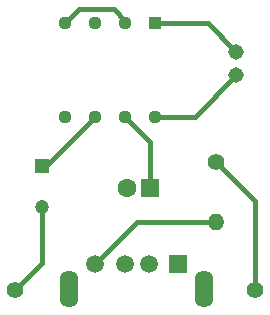
<source format=gbr>
%TF.GenerationSoftware,KiCad,Pcbnew,7.0.8*%
%TF.CreationDate,2024-10-30T19:07:12-07:00*%
%TF.ProjectId,ECE196Team13_2,45434531-3936-4546-9561-6d31335f322e,rev?*%
%TF.SameCoordinates,Original*%
%TF.FileFunction,Copper,L1,Top*%
%TF.FilePolarity,Positive*%
%FSLAX46Y46*%
G04 Gerber Fmt 4.6, Leading zero omitted, Abs format (unit mm)*
G04 Created by KiCad (PCBNEW 7.0.8) date 2024-10-30 19:07:12*
%MOMM*%
%LPD*%
G01*
G04 APERTURE LIST*
%TA.AperFunction,ComponentPad*%
%ADD10C,1.400000*%
%TD*%
%TA.AperFunction,ComponentPad*%
%ADD11R,1.600000X1.600000*%
%TD*%
%TA.AperFunction,ComponentPad*%
%ADD12C,1.600000*%
%TD*%
%TA.AperFunction,ComponentPad*%
%ADD13C,1.200000*%
%TD*%
%TA.AperFunction,ComponentPad*%
%ADD14R,1.200000X1.200000*%
%TD*%
%TA.AperFunction,ComponentPad*%
%ADD15R,1.508000X1.508000*%
%TD*%
%TA.AperFunction,ComponentPad*%
%ADD16C,1.508000*%
%TD*%
%TA.AperFunction,ComponentPad*%
%ADD17O,1.575000X3.150000*%
%TD*%
%TA.AperFunction,ComponentPad*%
%ADD18O,1.400000X1.400000*%
%TD*%
%TA.AperFunction,ComponentPad*%
%ADD19R,1.130000X1.130000*%
%TD*%
%TA.AperFunction,ComponentPad*%
%ADD20C,1.130000*%
%TD*%
%TA.AperFunction,ComponentPad*%
%ADD21C,1.308000*%
%TD*%
%TA.AperFunction,Conductor*%
%ADD22C,0.400000*%
%TD*%
%TA.AperFunction,Conductor*%
%ADD23C,0.250000*%
%TD*%
G04 APERTURE END LIST*
D10*
%TO.P,A2,1,Pin_1*%
%TO.N,Net-(A2-Pin_1)*%
X139475000Y-128450000D03*
%TD*%
%TO.P,A1,1,Pin_1*%
%TO.N,Net-(A1-Pin_1)*%
X159850000Y-128450000D03*
%TD*%
D11*
%TO.P,C1,1*%
%TO.N,Net-(I1-VCC)*%
X150955113Y-119875000D03*
D12*
%TO.P,C1,2*%
%TO.N,Net-(I1-GND)*%
X148955113Y-119875000D03*
%TD*%
D13*
%TO.P,C3,N*%
%TO.N,Net-(A2-Pin_1)*%
X141750000Y-121475000D03*
D14*
%TO.P,C3,P*%
%TO.N,Net-(C3-PadP)*%
X141750000Y-117975000D03*
%TD*%
D15*
%TO.P,I1,1,VCC*%
%TO.N,Net-(I1-VCC)*%
X153305750Y-126287500D03*
D16*
%TO.P,I1,2,D-*%
%TO.N,unconnected-(I1-D--Pad2)*%
X150805750Y-126287500D03*
%TO.P,I1,3,D+*%
%TO.N,unconnected-(I1-D+-Pad3)*%
X148805750Y-126287500D03*
%TO.P,I1,4,GND*%
%TO.N,Net-(I1-GND)*%
X146305750Y-126287500D03*
D17*
%TO.P,I1,S1,SHIELD*%
%TO.N,unconnected-(I1-SHIELD-PadS1)*%
X155505750Y-128387500D03*
%TO.P,I1,S2,SHIELD__1*%
%TO.N,unconnected-(I1-SHIELD__1-PadS2)*%
X144105750Y-128387500D03*
%TD*%
D10*
%TO.P,R1,1*%
%TO.N,Net-(A1-Pin_1)*%
X156550000Y-117645000D03*
D18*
%TO.P,R1,2*%
%TO.N,Net-(I1-GND)*%
X156550000Y-122725000D03*
%TD*%
D19*
%TO.P,U1,1,NULL*%
%TO.N,Net-(C2-Pad2)*%
X151345000Y-105890000D03*
D20*
%TO.P,U1,2,-*%
%TO.N,Net-(I1-GND)*%
X148805000Y-105890000D03*
%TO.P,U1,3,+*%
%TO.N,Net-(A1-Pin_1)*%
X146265000Y-105890000D03*
%TO.P,U1,4,V-*%
%TO.N,Net-(I1-GND)*%
X143725000Y-105890000D03*
%TO.P,U1,5,NULL*%
%TO.N,unconnected-(U1-NULL-Pad5)*%
X143725000Y-113830000D03*
%TO.P,U1,6*%
%TO.N,Net-(C3-PadP)*%
X146265000Y-113830000D03*
%TO.P,U1,7,V+*%
%TO.N,Net-(I1-VCC)*%
X148805000Y-113830000D03*
%TO.P,U1,8*%
%TO.N,Net-(C2-Pad1)*%
X151345000Y-113830000D03*
%TD*%
D21*
%TO.P,C2,1*%
%TO.N,Net-(C2-Pad1)*%
X158235000Y-110310000D03*
%TO.P,C2,2*%
%TO.N,Net-(C2-Pad2)*%
X158235000Y-108310000D03*
%TD*%
D22*
%TO.N,Net-(A1-Pin_1)*%
X156550000Y-117645000D02*
X159850000Y-120945000D01*
X159850000Y-120945000D02*
X159850000Y-128450000D01*
%TO.N,Net-(A2-Pin_1)*%
X141750000Y-121475000D02*
X141750000Y-126175000D01*
X141750000Y-126175000D02*
X139475000Y-128450000D01*
D23*
%TO.N,Net-(I1-VCC)*%
X151045000Y-119785113D02*
X150955113Y-119875000D01*
D22*
X148805000Y-113830000D02*
X150955113Y-115980113D01*
X150955113Y-115980113D02*
X150955113Y-119875000D01*
%TO.N,Net-(I1-GND)*%
X156550000Y-122725000D02*
X149868250Y-122725000D01*
X149868250Y-122725000D02*
X146305750Y-126287500D01*
X147850000Y-104725000D02*
X144890000Y-104725000D01*
D23*
X148805000Y-105890000D02*
X148805000Y-105680000D01*
D22*
X144890000Y-104725000D02*
X143725000Y-105890000D01*
X148805000Y-105680000D02*
X147850000Y-104725000D01*
%TO.N,Net-(C2-Pad1)*%
X154715000Y-113830000D02*
X158235000Y-110310000D01*
X151345000Y-113830000D02*
X154715000Y-113830000D01*
%TO.N,Net-(C2-Pad2)*%
X155815000Y-105890000D02*
X158235000Y-108310000D01*
X151345000Y-105890000D02*
X155815000Y-105890000D01*
D23*
%TO.N,Net-(C3-PadP)*%
X146265000Y-113830000D02*
X146265000Y-114060000D01*
D22*
X142120000Y-117975000D02*
X146265000Y-113830000D01*
D23*
X141750000Y-117975000D02*
X142120000Y-117975000D01*
%TD*%
M02*

</source>
